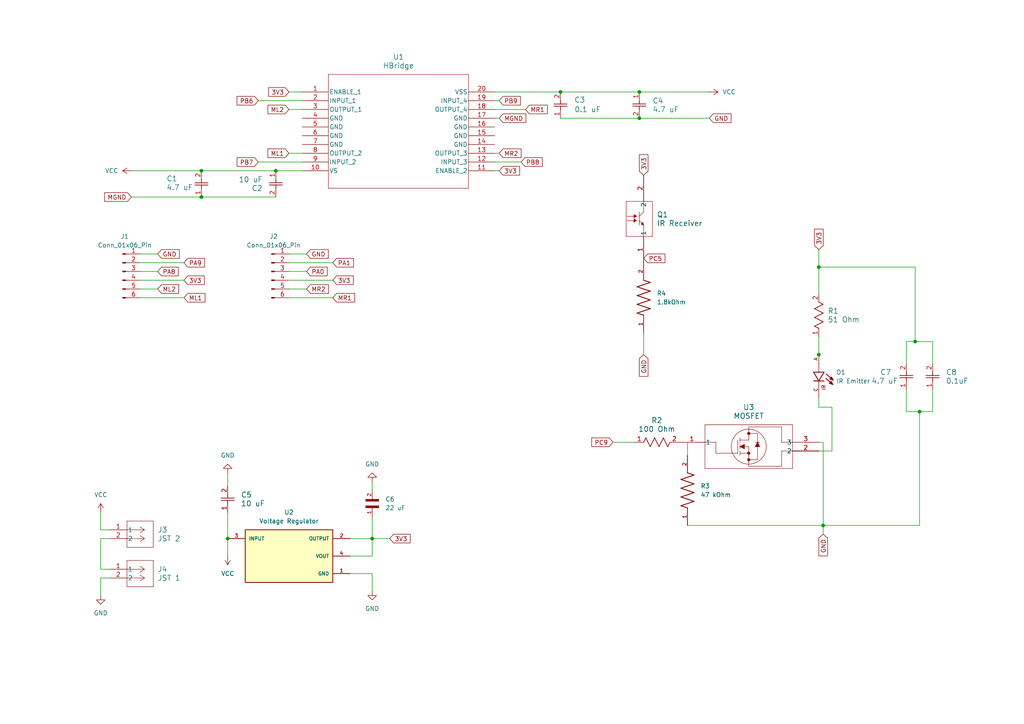
<source format=kicad_sch>
(kicad_sch (version 20231120) (generator "eeschema") (generator_version "8.0")
  (paper "A4")
  (lib_symbols
    (symbol "AZ1117IH-3.3TRG1:AZ1117IH-3.3TRG1" (pin_names (offset 1.016))
      (property "Reference" "U" (at -12.7 8.128 0))
      (property "Value" "AZ1117IH-3.3TRG1" (at -12.7 -10.16 0))
      (symbol "AZ1117IH-3.3TRG1_0_0"
        (rectangle (start -12.7 -7.62) (end 12.7 7.62) (stroke (width 0.254)) (fill (type background)))
        (pin power_in line (at 17.78 -5.08 180) (length 5.08) (name "GND") (number "1"))
        (pin output line (at 17.78 5.08 180) (length 5.08) (name "OUTPUT") (number "2"))
        (pin input line (at -17.78 5.08 0) (length 5.08) (name "INPUT") (number "3"))
        (pin output line (at 17.78 0 180) (length 5.08) (name "VOUT") (number "4"))
      )
    )
    (symbol "B2B_PH_K_S:B2B-PH-K-S" (pin_names (offset 0.254))
      (property "Reference" "J" (at 8.89 6.35 0))
      (property "Value" "B2B-PH-K-S" (at 0 0 0))
      (symbol "B2B-PH-K-S_1_1"
        (polyline (pts (xy 5.08 -5.08) (xy 12.7 -5.08)) (stroke (width 0.127)))
        (polyline (pts (xy 5.08 2.54) (xy 5.08 -5.08)) (stroke (width 0.127)))
        (polyline (pts (xy 10.16 -2.54) (xy 5.08 -2.54)) (stroke (width 0.127)))
        (polyline (pts (xy 10.16 -2.54) (xy 8.89 -3.3867)) (stroke (width 0.127)))
        (polyline (pts (xy 10.16 -2.54) (xy 8.89 -1.6933)) (stroke (width 0.127)))
        (polyline (pts (xy 10.16 0) (xy 5.08 0)) (stroke (width 0.127)))
        (polyline (pts (xy 10.16 0) (xy 8.89 -0.8467)) (stroke (width 0.127)))
        (polyline (pts (xy 10.16 0) (xy 8.89 0.8467)) (stroke (width 0.127)))
        (polyline (pts (xy 12.7 -5.08) (xy 12.7 2.54)) (stroke (width 0.127)))
        (polyline (pts (xy 12.7 2.54) (xy 5.08 2.54)) (stroke (width 0.127)))
        (pin unspecified line (at 0 0 0) (length 5.08) (name "1") (number "1"))
        (pin unspecified line (at 0 -2.54 0) (length 5.08) (name "2") (number "2"))
      )
      (symbol "B2B-PH-K-S_1_2"
        (polyline (pts (xy 5.08 -5.08) (xy 12.7 -5.08)) (stroke (width 0.127)))
        (polyline (pts (xy 5.08 2.54) (xy 5.08 -5.08)) (stroke (width 0.127)))
        (polyline (pts (xy 7.62 -2.54) (xy 5.08 -2.54)) (stroke (width 0.127)))
        (polyline (pts (xy 7.62 -2.54) (xy 8.89 -3.3867)) (stroke (width 0.127)))
        (polyline (pts (xy 7.62 -2.54) (xy 8.89 -1.6933)) (stroke (width 0.127)))
        (polyline (pts (xy 7.62 0) (xy 5.08 0)) (stroke (width 0.127)))
        (polyline (pts (xy 7.62 0) (xy 8.89 -0.8467)) (stroke (width 0.127)))
        (polyline (pts (xy 7.62 0) (xy 8.89 0.8467)) (stroke (width 0.127)))
        (polyline (pts (xy 12.7 -5.08) (xy 12.7 2.54)) (stroke (width 0.127)))
        (polyline (pts (xy 12.7 2.54) (xy 5.08 2.54)) (stroke (width 0.127)))
        (pin unspecified line (at 0 0 0) (length 5.08) (name "1") (number "1"))
        (pin unspecified line (at 0 -2.54 0) (length 5.08) (name "2") (number "2"))
      )
    )
    (symbol "Capacitor-0.1uF:GRM21BR71C475KE51L" (pin_names (offset 0.254))
      (property "Reference" "C" (at 3.81 3.81 0))
      (property "Value" "GRM21BR71C475KE51L" (at 3.81 -3.81 0))
      (symbol "GRM21BR71C475KE51L_1_1"
        (polyline (pts (xy 2.54 0) (xy 3.4798 0)) (stroke (width 0.2032)))
        (polyline (pts (xy 3.4798 -1.905) (xy 3.4798 1.905)) (stroke (width 0.2032)))
        (polyline (pts (xy 4.1148 -1.905) (xy 4.1148 1.905)) (stroke (width 0.2032)))
        (polyline (pts (xy 4.1148 0) (xy 5.08 0)) (stroke (width 0.2032)))
        (pin unspecified line (at 0 0 0) (length 2.54) (name "") (number "1"))
        (pin unspecified line (at 7.62 0 180) (length 2.54) (name "") (number "2"))
      )
      (symbol "GRM21BR71C475KE51L_1_2"
        (polyline (pts (xy -1.905 -4.1148) (xy 1.905 -4.1148)) (stroke (width 0.2032)))
        (polyline (pts (xy -1.905 -3.4798) (xy 1.905 -3.4798)) (stroke (width 0.2032)))
        (polyline (pts (xy 0 -4.1148) (xy 0 -5.08)) (stroke (width 0.2032)))
        (polyline (pts (xy 0 -2.54) (xy 0 -3.4798)) (stroke (width 0.2032)))
        (pin unspecified line (at 0 0 270) (length 2.54) (name "") (number "1"))
        (pin unspecified line (at 0 -7.62 90) (length 2.54) (name "") (number "2"))
      )
    )
    (symbol "Capacitor-4.7uF:GCJ21BR72A104KA01L" (pin_names (offset 0.254))
      (property "Reference" "C" (at 3.81 3.81 0))
      (property "Value" "GCJ21BR72A104KA01L" (at 3.81 -3.81 0))
      (symbol "GCJ21BR72A104KA01L_1_1"
        (polyline (pts (xy 2.54 0) (xy 3.4798 0)) (stroke (width 0.2032)))
        (polyline (pts (xy 3.4798 -1.905) (xy 3.4798 1.905)) (stroke (width 0.2032)))
        (polyline (pts (xy 4.1148 -1.905) (xy 4.1148 1.905)) (stroke (width 0.2032)))
        (polyline (pts (xy 4.1148 0) (xy 5.08 0)) (stroke (width 0.2032)))
        (pin unspecified line (at 0 0 0) (length 2.54) (name "") (number "1"))
        (pin unspecified line (at 7.62 0 180) (length 2.54) (name "") (number "2"))
      )
      (symbol "GCJ21BR72A104KA01L_1_2"
        (polyline (pts (xy -1.905 -4.1148) (xy 1.905 -4.1148)) (stroke (width 0.2032)))
        (polyline (pts (xy -1.905 -3.4798) (xy 1.905 -3.4798)) (stroke (width 0.2032)))
        (polyline (pts (xy 0 -4.1148) (xy 0 -5.08)) (stroke (width 0.2032)))
        (polyline (pts (xy 0 -2.54) (xy 0 -3.4798)) (stroke (width 0.2032)))
        (pin unspecified line (at 0 0 270) (length 2.54) (name "") (number "1"))
        (pin unspecified line (at 0 -7.62 90) (length 2.54) (name "") (number "2"))
      )
    )
    (symbol "Connector:Conn_01x06_Pin" (pin_names (offset 1.016) hide)
      (property "Reference" "J" (at 0 7.62 0))
      (property "Value" "Conn_01x06_Pin" (at 0 -10.16 0))
      (symbol "Conn_01x06_Pin_1_1"
        (polyline (pts (xy 1.27 -7.62) (xy 0.8636 -7.62)) (stroke (width 0.1524)))
        (polyline (pts (xy 1.27 -5.08) (xy 0.8636 -5.08)) (stroke (width 0.1524)))
        (polyline (pts (xy 1.27 -2.54) (xy 0.8636 -2.54)) (stroke (width 0.1524)))
        (polyline (pts (xy 1.27 0) (xy 0.8636 0)) (stroke (width 0.1524)))
        (polyline (pts (xy 1.27 2.54) (xy 0.8636 2.54)) (stroke (width 0.1524)))
        (polyline (pts (xy 1.27 5.08) (xy 0.8636 5.08)) (stroke (width 0.1524)))
        (rectangle (start 0.8636 -7.493) (end 0 -7.747) (stroke (width 0.1524)) (fill (type outline)))
        (rectangle (start 0.8636 -4.953) (end 0 -5.207) (stroke (width 0.1524)) (fill (type outline)))
        (rectangle (start 0.8636 -2.413) (end 0 -2.667) (stroke (width 0.1524)) (fill (type outline)))
        (rectangle (start 0.8636 0.127) (end 0 -0.127) (stroke (width 0.1524)) (fill (type outline)))
        (rectangle (start 0.8636 2.667) (end 0 2.413) (stroke (width 0.1524)) (fill (type outline)))
        (rectangle (start 0.8636 5.207) (end 0 4.953) (stroke (width 0.1524)) (fill (type outline)))
        (pin passive line (at 5.08 5.08 180) (length 3.81) (name "Pin_1") (number "1"))
        (pin passive line (at 5.08 2.54 180) (length 3.81) (name "Pin_2") (number "2"))
        (pin passive line (at 5.08 0 180) (length 3.81) (name "Pin_3") (number "3"))
        (pin passive line (at 5.08 -2.54 180) (length 3.81) (name "Pin_4") (number "4"))
        (pin passive line (at 5.08 -5.08 180) (length 3.81) (name "Pin_5") (number "5"))
        (pin passive line (at 5.08 -7.62 180) (length 3.81) (name "Pin_6") (number "6"))
      )
    )
    (symbol "GCJ21BR72A104KA01L(0.1):GCJ21BR72A104KA01L" (pin_names (offset 0.254))
      (property "Reference" "C" (at 3.81 3.81 0))
      (property "Value" "GCJ21BR72A104KA01L" (at 3.81 -3.81 0))
      (symbol "GCJ21BR72A104KA01L_1_1"
        (polyline (pts (xy 2.54 0) (xy 3.4798 0)) (stroke (width 0.2032)))
        (polyline (pts (xy 3.4798 -1.905) (xy 3.4798 1.905)) (stroke (width 0.2032)))
        (polyline (pts (xy 4.1148 -1.905) (xy 4.1148 1.905)) (stroke (width 0.2032)))
        (polyline (pts (xy 4.1148 0) (xy 5.08 0)) (stroke (width 0.2032)))
        (pin unspecified line (at 0 0 0) (length 2.54) (name "") (number "1"))
        (pin unspecified line (at 7.62 0 180) (length 2.54) (name "") (number "2"))
      )
      (symbol "GCJ21BR72A104KA01L_1_2"
        (polyline (pts (xy -1.905 -4.1148) (xy 1.905 -4.1148)) (stroke (width 0.2032)))
        (polyline (pts (xy -1.905 -3.4798) (xy 1.905 -3.4798)) (stroke (width 0.2032)))
        (polyline (pts (xy 0 -4.1148) (xy 0 -5.08)) (stroke (width 0.2032)))
        (polyline (pts (xy 0 -2.54) (xy 0 -3.4798)) (stroke (width 0.2032)))
        (pin unspecified line (at 0 0 270) (length 2.54) (name "") (number "1"))
        (pin unspecified line (at 0 -7.62 90) (length 2.54) (name "") (number "2"))
      )
    )
    (symbol "GRM21BR61A226ME51L:GRM21BR61A226ME51L" (pin_names (offset 1.016))
      (property "Reference" "C" (at 0 3.8109 0))
      (property "Value" "GRM21BR61A226ME51L" (at 0 -5.0885 0))
      (symbol "GRM21BR61A226ME51L_0_0"
        (rectangle (start 0 -1.9069) (end 0.635 1.905) (stroke (width 0.1)) (fill (type outline)))
        (rectangle (start 1.9069 -1.9069) (end 2.54 1.905) (stroke (width 0.1)) (fill (type outline)))
        (pin passive line (at -2.54 0 0) (length 2.54) (name "~") (number "1"))
        (pin passive line (at 5.08 0 180) (length 2.54) (name "~") (number "2"))
      )
    )
    (symbol "GRM21BR61C106KE15L(10):GRM21BR61C106KE15L" (pin_names (offset 0.254))
      (property "Reference" "C" (at 3.81 3.81 0))
      (property "Value" "GRM21BR61C106KE15L" (at 3.81 -3.81 0))
      (symbol "GRM21BR61C106KE15L_1_1"
        (polyline (pts (xy 2.54 0) (xy 3.4798 0)) (stroke (width 0.2032)))
        (polyline (pts (xy 3.4798 -1.905) (xy 3.4798 1.905)) (stroke (width 0.2032)))
        (polyline (pts (xy 4.1148 -1.905) (xy 4.1148 1.905)) (stroke (width 0.2032)))
        (polyline (pts (xy 4.1148 0) (xy 5.08 0)) (stroke (width 0.2032)))
        (pin unspecified line (at 0 0 0) (length 2.54) (name "") (number "1"))
        (pin unspecified line (at 7.62 0 180) (length 2.54) (name "") (number "2"))
      )
      (symbol "GRM21BR61C106KE15L_1_2"
        (polyline (pts (xy -1.905 -4.1148) (xy 1.905 -4.1148)) (stroke (width 0.2032)))
        (polyline (pts (xy -1.905 -3.4798) (xy 1.905 -3.4798)) (stroke (width 0.2032)))
        (polyline (pts (xy 0 -4.1148) (xy 0 -5.08)) (stroke (width 0.2032)))
        (polyline (pts (xy 0 -2.54) (xy 0 -3.4798)) (stroke (width 0.2032)))
        (pin unspecified line (at 0 0 270) (length 2.54) (name "") (number "1"))
        (pin unspecified line (at 0 -7.62 90) (length 2.54) (name "") (number "2"))
      )
    )
    (symbol "GRM21BR71C475KE51L(4.7):GRM21BR71C475KE51L" (pin_names (offset 0.254))
      (property "Reference" "C" (at 3.81 3.81 0))
      (property "Value" "GRM21BR71C475KE51L" (at 3.81 -3.81 0))
      (symbol "GRM21BR71C475KE51L_1_1"
        (polyline (pts (xy 2.54 0) (xy 3.4798 0)) (stroke (width 0.2032)))
        (polyline (pts (xy 3.4798 -1.905) (xy 3.4798 1.905)) (stroke (width 0.2032)))
        (polyline (pts (xy 4.1148 -1.905) (xy 4.1148 1.905)) (stroke (width 0.2032)))
        (polyline (pts (xy 4.1148 0) (xy 5.08 0)) (stroke (width 0.2032)))
        (pin unspecified line (at 0 0 0) (length 2.54) (name "") (number "1"))
        (pin unspecified line (at 7.62 0 180) (length 2.54) (name "") (number "2"))
      )
      (symbol "GRM21BR71C475KE51L_1_2"
        (polyline (pts (xy -1.905 -4.1148) (xy 1.905 -4.1148)) (stroke (width 0.2032)))
        (polyline (pts (xy -1.905 -3.4798) (xy 1.905 -3.4798)) (stroke (width 0.2032)))
        (polyline (pts (xy 0 -4.1148) (xy 0 -5.08)) (stroke (width 0.2032)))
        (polyline (pts (xy 0 -2.54) (xy 0 -3.4798)) (stroke (width 0.2032)))
        (pin unspecified line (at 0 0 270) (length 2.54) (name "") (number "1"))
        (pin unspecified line (at 0 -7.62 90) (length 2.54) (name "") (number "2"))
      )
    )
    (symbol "IR-Emitter:SFH_4545" (pin_names (offset 1.016))
      (property "Reference" "D" (at -3.556 4.826 0))
      (property "Value" "SFH_4545" (at -3.556 -3.302 0))
      (symbol "SFH_4545_0_0"
        (polyline (pts (xy -2.54 -1.524) (xy 0 0)) (stroke (width 0.254)))
        (polyline (pts (xy -2.54 0) (xy -5.08 0)) (stroke (width 0.1524)))
        (polyline (pts (xy -2.54 0) (xy -2.54 -1.524)) (stroke (width 0.254)))
        (polyline (pts (xy -2.54 1.524) (xy -2.54 0)) (stroke (width 0.254)))
        (polyline (pts (xy -1.1176 3.683) (xy -0.2286 4.1656)) (stroke (width 0.254)))
        (polyline (pts (xy -0.9398 3.6068) (xy -0.7112 3.7592)) (stroke (width 0.254)))
        (polyline (pts (xy -0.5588 3.2004) (xy -1.1176 3.683)) (stroke (width 0.254)))
        (polyline (pts (xy -0.5588 3.2004) (xy -0.5334 3.937)) (stroke (width 0.254)))
        (polyline (pts (xy -0.5334 3.937) (xy -0.6604 3.937)) (stroke (width 0.254)))
        (polyline (pts (xy -0.2286 4.1656) (xy -2.0066 2.1336)) (stroke (width 0.254)))
        (polyline (pts (xy -0.2286 4.1656) (xy -0.5588 3.2004)) (stroke (width 0.254)))
        (polyline (pts (xy 0 0) (xy -2.54 1.524)) (stroke (width 0.254)))
        (polyline (pts (xy 0 1.524) (xy 0 -1.524)) (stroke (width 0.254)))
        (polyline (pts (xy 0.127 3.5814) (xy 1.016 4.064)) (stroke (width 0.254)))
        (polyline (pts (xy 0.3048 3.5052) (xy 0.5334 3.6576)) (stroke (width 0.254)))
        (polyline (pts (xy 0.6858 3.0988) (xy 0.127 3.5814)) (stroke (width 0.254)))
        (polyline (pts (xy 0.6858 3.0988) (xy 0.7112 3.8354)) (stroke (width 0.254)))
        (polyline (pts (xy 0.7112 3.8354) (xy 0.5842 3.8354)) (stroke (width 0.254)))
        (polyline (pts (xy 1.016 4.064) (xy -0.762 2.032)) (stroke (width 0.254)))
        (polyline (pts (xy 1.016 4.064) (xy 0.6858 3.0988)) (stroke (width 0.254)))
        (text "IR" (at 1.016 2.032 0) (effects (font (size 1.016 1.016)) (justify left bottom)))
        (pin passive line (at -7.62 0 0) (length 2.54) (name "~") (number "A"))
        (pin passive line (at 5.08 0 180) (length 5.08) (name "~") (number "C"))
      )
    )
    (symbol "IR-Receiver:LTR-4206E" (pin_names (offset 0.254))
      (property "Reference" "Q" (at 12.7 17.78 0))
      (property "Value" "LTR-4206E" (at 12.7 17.78 0))
      (symbol "LTR-4206E_0_1"
        (polyline (pts (xy 7.62 -2.54) (xy 7.62 5.08)) (stroke (width 0.127)))
        (polyline (pts (xy 7.62 -2.54) (xy 17.78 -2.54)) (stroke (width 0.127)))
        (polyline (pts (xy 10.922 0) (xy 7.62 0)) (stroke (width 0.127)))
        (polyline (pts (xy 10.922 1.27) (xy 14.732 1.27)) (stroke (width 0.127)))
        (polyline (pts (xy 12.192 1.27) (xy 11.43 0.508)) (stroke (width 0.127)))
        (polyline (pts (xy 12.192 4.826) (xy 12.192 2.794)) (stroke (width 0.127)))
        (polyline (pts (xy 13.462 1.27) (xy 14.732 0)) (stroke (width 0.127)))
        (polyline (pts (xy 13.462 4.826) (xy 13.462 2.794)) (stroke (width 0.127)))
        (polyline (pts (xy 14.732 0) (xy 17.78 0)) (stroke (width 0.127)))
        (polyline (pts (xy 17.78 5.08) (xy 7.62 5.08)) (stroke (width 0.127)))
        (polyline (pts (xy 17.78 5.08) (xy 17.78 -2.54)) (stroke (width 0.127)))
        (polyline (pts (xy 11.684 2.794) (xy 12.7 2.794) (xy 12.192 2.032)) (fill (type outline)))
        (polyline (pts (xy 12.954 2.794) (xy 13.97 2.794) (xy 13.462 2.032)) (fill (type outline)))
        (polyline (pts (xy 10.9293 0.0383) (xy 11.176 0.762) (xy 11.684 0.254) (xy 10.922 0)) (fill (type outline)))
        (pin unspecified line (at 0 0 0) (length 7.62) (name "1") (number "1"))
        (pin unspecified line (at 25.4 0 180) (length 7.62) (name "2") (number "2"))
      )
    )
    (symbol "L293DD:L293DD" (pin_names (offset 0.254))
      (property "Reference" "U" (at 27.94 10.16 0))
      (property "Value" "L293DD" (at 27.94 7.62 0))
      (symbol "L293DD_0_1"
        (polyline (pts (xy 7.62 -27.94) (xy 48.26 -27.94)) (stroke (width 0.127)))
        (polyline (pts (xy 7.62 5.08) (xy 7.62 -27.94)) (stroke (width 0.127)))
        (polyline (pts (xy 48.26 -27.94) (xy 48.26 5.08)) (stroke (width 0.127)))
        (polyline (pts (xy 48.26 5.08) (xy 7.62 5.08)) (stroke (width 0.127)))
        (pin input line (at 0 0 0) (length 7.62) (name "ENABLE_1") (number "1"))
        (pin unspecified line (at 0 -22.86 0) (length 7.62) (name "VS") (number "10"))
        (pin input line (at 55.88 -22.86 180) (length 7.62) (name "ENABLE_2") (number "11"))
        (pin input line (at 55.88 -20.32 180) (length 7.62) (name "INPUT_3") (number "12"))
        (pin output line (at 55.88 -17.78 180) (length 7.62) (name "OUTPUT_3") (number "13"))
        (pin power_out line (at 55.88 -15.24 180) (length 7.62) (name "GND") (number "14"))
        (pin power_out line (at 55.88 -12.7 180) (length 7.62) (name "GND") (number "15"))
        (pin power_out line (at 55.88 -10.16 180) (length 7.62) (name "GND") (number "16"))
        (pin power_out line (at 55.88 -7.62 180) (length 7.62) (name "GND") (number "17"))
        (pin output line (at 55.88 -5.08 180) (length 7.62) (name "OUTPUT_4") (number "18"))
        (pin input line (at 55.88 -2.54 180) (length 7.62) (name "INPUT_4") (number "19"))
        (pin input line (at 0 -2.54 0) (length 7.62) (name "INPUT_1") (number "2"))
        (pin unspecified line (at 55.88 0 180) (length 7.62) (name "VSS") (number "20"))
        (pin output line (at 0 -5.08 0) (length 7.62) (name "OUTPUT_1") (number "3"))
        (pin power_out line (at 0 -7.62 0) (length 7.62) (name "GND") (number "4"))
        (pin power_out line (at 0 -10.16 0) (length 7.62) (name "GND") (number "5"))
        (pin power_out line (at 0 -12.7 0) (length 7.62) (name "GND") (number "6"))
        (pin power_out line (at 0 -15.24 0) (length 7.62) (name "GND") (number "7"))
        (pin output line (at 0 -17.78 0) (length 7.62) (name "OUTPUT_2") (number "8"))
        (pin input line (at 0 -20.32 0) (length 7.62) (name "INPUT_2") (number "9"))
      )
    )
    (symbol "Mosfet:2N7002LT1G" (pin_names (offset 0.254))
      (property "Reference" "U" (at 20.32 10.16 0))
      (property "Value" "2N7002LT1G" (at 20.32 7.62 0))
      (symbol "2N7002LT1G_0_1"
        (polyline (pts (xy 7.62 -7.62) (xy 33.02 -7.62)) (stroke (width 0.127)))
        (polyline (pts (xy 7.62 0) (xy 10.795 0)) (stroke (width 0.127)))
        (polyline (pts (xy 7.62 5.08) (xy 7.62 -7.62)) (stroke (width 0.127)))
        (polyline (pts (xy 10.795 -3.175) (xy 14.605 -3.175)) (stroke (width 0.127)))
        (polyline (pts (xy 10.795 0) (xy 10.795 -3.175)) (stroke (width 0.127)))
        (polyline (pts (xy 17.145 -3.175) (xy 14.605 -3.175)) (stroke (width 0.127)))
        (polyline (pts (xy 17.145 0.635) (xy 17.145 -3.175)) (stroke (width 0.127)))
        (polyline (pts (xy 17.78 -3.175) (xy 20.32 -3.175)) (stroke (width 0.127)))
        (polyline (pts (xy 17.78 -2.54) (xy 17.78 -3.81)) (stroke (width 0.127)))
        (polyline (pts (xy 17.78 -1.27) (xy 19.05 -1.905)) (stroke (width 0.127)))
        (polyline (pts (xy 17.78 -1.27) (xy 19.05 -0.635)) (stroke (width 0.127)))
        (polyline (pts (xy 17.78 -0.635) (xy 17.78 -1.905)) (stroke (width 0.127)))
        (polyline (pts (xy 17.78 0) (xy 17.78 1.27)) (stroke (width 0.127)))
        (polyline (pts (xy 17.78 0.635) (xy 20.32 0.635)) (stroke (width 0.127)))
        (polyline (pts (xy 19.05 -0.635) (xy 19.05 -1.905)) (stroke (width 0.127)))
        (polyline (pts (xy 20.32 -6.985) (xy 20.32 -1.27)) (stroke (width 0.127)))
        (polyline (pts (xy 20.32 -1.27) (xy 17.78 -1.27)) (stroke (width 0.127)))
        (polyline (pts (xy 20.32 0.635) (xy 20.32 3.81)) (stroke (width 0.127)))
        (polyline (pts (xy 20.32 2.54) (xy 22.86 2.54)) (stroke (width 0.127)))
        (polyline (pts (xy 20.32 3.81) (xy 20.32 4.445)) (stroke (width 0.127)))
        (polyline (pts (xy 20.32 4.445) (xy 29.845 4.445)) (stroke (width 0.127)))
        (polyline (pts (xy 22.225 -1.27) (xy 23.495 -1.27)) (stroke (width 0.127)))
        (polyline (pts (xy 22.225 0) (xy 23.495 0)) (stroke (width 0.127)))
        (polyline (pts (xy 22.86 -5.08) (xy 20.32 -5.08)) (stroke (width 0.127)))
        (polyline (pts (xy 22.86 0) (xy 22.225 -1.27)) (stroke (width 0.127)))
        (polyline (pts (xy 22.86 2.54) (xy 22.86 -5.08)) (stroke (width 0.127)))
        (polyline (pts (xy 23.495 -1.27) (xy 22.86 0)) (stroke (width 0.127)))
        (polyline (pts (xy 29.845 -6.985) (xy 20.32 -6.985)) (stroke (width 0.127)))
        (polyline (pts (xy 29.845 -2.54) (xy 29.845 -6.985)) (stroke (width 0.127)))
        (polyline (pts (xy 29.845 0) (xy 33.02 0)) (stroke (width 0.127)))
        (polyline (pts (xy 29.845 4.445) (xy 29.845 0)) (stroke (width 0.127)))
        (polyline (pts (xy 33.02 -7.62) (xy 33.02 5.08)) (stroke (width 0.127)))
        (polyline (pts (xy 33.02 -2.54) (xy 29.845 -2.54)) (stroke (width 0.127)))
        (polyline (pts (xy 33.02 5.08) (xy 7.62 5.08)) (stroke (width 0.127)))
        (polyline (pts (xy 17.78 -1.27) (xy 19.05 -0.635) (xy 19.05 -1.905)) (fill (type outline)))
        (polyline (pts (xy 22.225 -1.27) (xy 22.86 0) (xy 23.495 -1.27)) (fill (type outline)))
        (circle (center 20.32 -5.08) (radius 0.254) (stroke (width 0.381)))
        (circle (center 20.32 -3.175) (radius 0.254) (stroke (width 0.381)))
        (circle (center 20.32 -1.27) (radius 5.08) (stroke (width 0.127)))
        (circle (center 20.32 2.54) (radius 0.254) (stroke (width 0.381)))
        (pin unspecified line (at 0 0 0) (length 7.62) (name "1") (number "1"))
        (pin unspecified line (at 40.64 -2.54 180) (length 7.62) (name "2") (number "2"))
        (pin unspecified line (at 40.64 0 180) (length 7.62) (name "3") (number "3"))
      )
    )
    (symbol "Resistor- 1.8kohm:RK73H2ATTD1801F" (pin_names (offset 1.016))
      (property "Reference" "R" (at -7.6244 2.5415 0))
      (property "Value" "RK73H2ATTD1801F" (at -7.63 -5.0866 0))
      (symbol "RK73H2ATTD1801F_0_0"
        (polyline (pts (xy -5.08 0) (xy -4.445 1.905)) (stroke (width 0.254)))
        (polyline (pts (xy -4.445 1.905) (xy -3.175 -1.905)) (stroke (width 0.254)))
        (polyline (pts (xy -3.175 -1.905) (xy -1.905 1.905)) (stroke (width 0.254)))
        (polyline (pts (xy -1.905 1.905) (xy -0.635 -1.905)) (stroke (width 0.254)))
        (polyline (pts (xy -0.635 -1.905) (xy 0.635 1.905)) (stroke (width 0.254)))
        (polyline (pts (xy 0.635 1.905) (xy 1.905 -1.905)) (stroke (width 0.254)))
        (polyline (pts (xy 1.905 -1.905) (xy 3.175 1.905)) (stroke (width 0.254)))
        (polyline (pts (xy 3.175 1.905) (xy 4.445 -1.905)) (stroke (width 0.254)))
        (polyline (pts (xy 4.445 -1.905) (xy 5.08 0)) (stroke (width 0.254)))
        (pin passive line (at -10.16 0 0) (length 5.08) (name "~") (number "1"))
        (pin passive line (at 10.16 0 180) (length 5.08) (name "~") (number "2"))
      )
    )
    (symbol "Resistor- 100ohm:RNCP0805FTD100R" (pin_names (offset 0.254))
      (property "Reference" "R" (at 5.715 3.81 0))
      (property "Value" "RNCP0805FTD100R" (at 6.35 -3.81 0))
      (symbol "RNCP0805FTD100R_1_1"
        (polyline (pts (xy 2.54 0) (xy 3.175 1.27)) (stroke (width 0.2032)))
        (polyline (pts (xy 3.175 1.27) (xy 4.445 -1.27)) (stroke (width 0.2032)))
        (polyline (pts (xy 4.445 -1.27) (xy 5.715 1.27)) (stroke (width 0.2032)))
        (polyline (pts (xy 5.715 1.27) (xy 6.985 -1.27)) (stroke (width 0.2032)))
        (polyline (pts (xy 6.985 -1.27) (xy 8.255 1.27)) (stroke (width 0.2032)))
        (polyline (pts (xy 8.255 1.27) (xy 9.525 -1.27)) (stroke (width 0.2032)))
        (polyline (pts (xy 9.525 -1.27) (xy 10.16 0)) (stroke (width 0.2032)))
        (pin unspecified line (at 0 0 0) (length 2.54) (name "") (number "1"))
        (pin unspecified line (at 12.7 0 180) (length 2.54) (name "") (number "2"))
      )
      (symbol "RNCP0805FTD100R_1_2"
        (polyline (pts (xy -1.27 3.175) (xy 1.27 4.445)) (stroke (width 0.2032)))
        (polyline (pts (xy -1.27 5.715) (xy 1.27 6.985)) (stroke (width 0.2032)))
        (polyline (pts (xy -1.27 8.255) (xy 1.27 9.525)) (stroke (width 0.2032)))
        (polyline (pts (xy 0 2.54) (xy -1.27 3.175)) (stroke (width 0.2032)))
        (polyline (pts (xy 1.27 4.445) (xy -1.27 5.715)) (stroke (width 0.2032)))
        (polyline (pts (xy 1.27 6.985) (xy -1.27 8.255)) (stroke (width 0.2032)))
        (polyline (pts (xy 1.27 9.525) (xy 0 10.16)) (stroke (width 0.2032)))
        (pin unspecified line (at 0 12.7 270) (length 2.54) (name "") (number "1"))
        (pin unspecified line (at 0 0 90) (length 2.54) (name "") (number "2"))
      )
    )
    (symbol "Resistor- 47kohm:RK73H2ARTTD4702F" (pin_names (offset 1.016))
      (property "Reference" "R" (at -7.6244 2.5415 0))
      (property "Value" "RK73H2ARTTD4702F" (at -7.63 -5.0866 0))
      (symbol "RK73H2ARTTD4702F_0_0"
        (polyline (pts (xy -5.08 0) (xy -4.445 1.905)) (stroke (width 0.254)))
        (polyline (pts (xy -4.445 1.905) (xy -3.175 -1.905)) (stroke (width 0.254)))
        (polyline (pts (xy -3.175 -1.905) (xy -1.905 1.905)) (stroke (width 0.254)))
        (polyline (pts (xy -1.905 1.905) (xy -0.635 -1.905)) (stroke (width 0.254)))
        (polyline (pts (xy -0.635 -1.905) (xy 0.635 1.905)) (stroke (width 0.254)))
        (polyline (pts (xy 0.635 1.905) (xy 1.905 -1.905)) (stroke (width 0.254)))
        (polyline (pts (xy 1.905 -1.905) (xy 3.175 1.905)) (stroke (width 0.254)))
        (polyline (pts (xy 3.175 1.905) (xy 4.445 -1.905)) (stroke (width 0.254)))
        (polyline (pts (xy 4.445 -1.905) (xy 5.08 0)) (stroke (width 0.254)))
        (pin passive line (at -10.16 0 0) (length 5.08) (name "~") (number "1"))
        (pin passive line (at 10.16 0 180) (length 5.08) (name "~") (number "2"))
      )
    )
    (symbol "Resistor- 51ohm:CRM0805-FX-51R0ELF" (pin_names (offset 0.254))
      (property "Reference" "R" (at 5.715 3.81 0))
      (property "Value" "CRM0805-FX-51R0ELF" (at 6.35 -3.81 0))
      (symbol "CRM0805-FX-51R0ELF_1_1"
        (polyline (pts (xy 2.54 0) (xy 3.175 1.27)) (stroke (width 0.2032)))
        (polyline (pts (xy 3.175 1.27) (xy 4.445 -1.27)) (stroke (width 0.2032)))
        (polyline (pts (xy 4.445 -1.27) (xy 5.715 1.27)) (stroke (width 0.2032)))
        (polyline (pts (xy 5.715 1.27) (xy 6.985 -1.27)) (stroke (width 0.2032)))
        (polyline (pts (xy 6.985 -1.27) (xy 8.255 1.27)) (stroke (width 0.2032)))
        (polyline (pts (xy 8.255 1.27) (xy 9.525 -1.27)) (stroke (width 0.2032)))
        (polyline (pts (xy 9.525 -1.27) (xy 10.16 0)) (stroke (width 0.2032)))
        (pin unspecified line (at 0 0 0) (length 2.54) (name "") (number "1"))
        (pin unspecified line (at 12.7 0 180) (length 2.54) (name "") (number "2"))
      )
      (symbol "CRM0805-FX-51R0ELF_1_2"
        (polyline (pts (xy -1.27 3.175) (xy 1.27 4.445)) (stroke (width 0.2032)))
        (polyline (pts (xy -1.27 5.715) (xy 1.27 6.985)) (stroke (width 0.2032)))
        (polyline (pts (xy -1.27 8.255) (xy 1.27 9.525)) (stroke (width 0.2032)))
        (polyline (pts (xy 0 2.54) (xy -1.27 3.175)) (stroke (width 0.2032)))
        (polyline (pts (xy 1.27 4.445) (xy -1.27 5.715)) (stroke (width 0.2032)))
        (polyline (pts (xy 1.27 6.985) (xy -1.27 8.255)) (stroke (width 0.2032)))
        (polyline (pts (xy 1.27 9.525) (xy 0 10.16)) (stroke (width 0.2032)))
        (pin unspecified line (at 0 12.7 270) (length 2.54) (name "") (number "1"))
        (pin unspecified line (at 0 0 90) (length 2.54) (name "") (number "2"))
      )
    )
    (symbol "power:GND" (power) (pin_numbers hide) (pin_names (offset 0) hide)
      (property "Value" "GND" (at 0 -3.81 0))
      (symbol "GND_0_1"
        (polyline (pts (xy 0 0) (xy 0 -1.27) (xy 1.27 -1.27) (xy 0 -2.54) (xy -1.27 -1.27) (xy 0 -1.27)))
      )
      (symbol "GND_1_1"
        (pin power_in line (at 0 0 270) (length 0) (name "~") (number "1"))
      )
    )
    (symbol "power:VCC" (power) (pin_numbers hide) (pin_names (offset 0) hide)
      (property "Value" "VCC" (at 0 3.556 0))
      (symbol "VCC_0_1"
        (polyline (pts (xy -0.762 1.27) (xy 0 2.54)))
        (polyline (pts (xy 0 0) (xy 0 2.54)))
        (polyline (pts (xy 0 2.54) (xy 0.762 1.27)))
      )
      (symbol "VCC_1_1"
        (pin power_in line (at 0 0 90) (length 0) (name "~") (number "1"))
      )
    )
  )
  (junction (at 66.04 156.21))
  (junction (at 237.49 77.47))
  (junction (at 185.42 34.29))
  (junction (at 107.95 156.21))
  (junction (at 58.42 49.53))
  (junction (at 238.76 152.4))
  (junction (at 162.56 26.67))
  (junction (at 185.42 26.67))
  (junction (at 266.7 119.38))
  (junction (at 237.49 102.87))
  (junction (at 265.43 99.06))
  (junction (at 58.42 57.15))
  (junction (at 80.01 49.53))
  (wire (pts (xy 262.89 113.03) (xy 262.89 119.38)))
  (wire (pts (xy 238.76 128.27) (xy 238.76 152.4)))
  (wire (pts (xy 66.04 156.21) (xy 66.04 161.29)))
  (wire (pts (xy 87.63 49.53) (xy 80.01 49.53)))
  (wire (pts (xy 29.21 148.59) (xy 29.21 153.67)))
  (wire (pts (xy 266.7 119.38) (xy 266.7 152.4)))
  (wire (pts (xy 265.43 77.47) (xy 265.43 99.06)))
  (wire (pts (xy 151.13 46.99) (xy 143.51 46.99)))
  (wire (pts (xy 237.49 118.11) (xy 237.49 115.57)))
  (wire (pts (xy 58.42 49.53) (xy 80.01 49.53)))
  (wire (pts (xy 177.8 128.27) (xy 184.15 128.27)))
  (wire (pts (xy 31.75 156.21) (xy 29.21 156.21)))
  (wire (pts (xy 107.95 149.86) (xy 107.95 156.21)))
  (wire (pts (xy 237.49 77.47) (xy 237.49 85.09)))
  (wire (pts (xy 237.49 130.81) (xy 241.3 130.81)))
  (wire (pts (xy 83.82 78.74) (xy 88.9 78.74)))
  (wire (pts (xy 83.82 44.45) (xy 87.63 44.45)))
  (wire (pts (xy 83.82 83.82) (xy 88.9 83.82)))
  (wire (pts (xy 66.04 137.16) (xy 66.04 140.97)))
  (wire (pts (xy 199.39 152.4) (xy 238.76 152.4)))
  (wire (pts (xy 101.6 161.29) (xy 107.95 161.29)))
  (wire (pts (xy 101.6 166.37) (xy 107.95 166.37)))
  (wire (pts (xy 83.82 26.67) (xy 87.63 26.67)))
  (wire (pts (xy 143.51 26.67) (xy 162.56 26.67)))
  (wire (pts (xy 29.21 156.21) (xy 29.21 165.1)))
  (wire (pts (xy 238.76 152.4) (xy 238.76 154.94)))
  (wire (pts (xy 83.82 76.2) (xy 96.52 76.2)))
  (wire (pts (xy 144.78 49.53) (xy 143.51 49.53)))
  (wire (pts (xy 144.78 44.45) (xy 143.51 44.45)))
  (wire (pts (xy 262.89 99.06) (xy 262.89 105.41)))
  (wire (pts (xy 66.04 148.59) (xy 66.04 156.21)))
  (wire (pts (xy 107.95 139.7) (xy 107.95 142.24)))
  (wire (pts (xy 83.82 73.66) (xy 88.9 73.66)))
  (wire (pts (xy 29.21 165.1) (xy 31.75 165.1)))
  (wire (pts (xy 241.3 118.11) (xy 237.49 118.11)))
  (wire (pts (xy 29.21 167.64) (xy 29.21 172.72)))
  (wire (pts (xy 31.75 167.64) (xy 29.21 167.64)))
  (wire (pts (xy 237.49 128.27) (xy 238.76 128.27)))
  (wire (pts (xy 241.3 130.81) (xy 241.3 118.11)))
  (wire (pts (xy 185.42 26.67) (xy 205.74 26.67)))
  (wire (pts (xy 40.64 76.2) (xy 53.34 76.2)))
  (wire (pts (xy 262.89 99.06) (xy 265.43 99.06)))
  (wire (pts (xy 31.75 153.67) (xy 29.21 153.67)))
  (wire (pts (xy 144.78 29.21) (xy 143.51 29.21)))
  (wire (pts (xy 144.78 34.29) (xy 143.51 34.29)))
  (wire (pts (xy 237.49 72.39) (xy 237.49 77.47)))
  (wire (pts (xy 107.95 156.21) (xy 107.95 161.29)))
  (wire (pts (xy 266.7 119.38) (xy 270.51 119.38)))
  (wire (pts (xy 265.43 99.06) (xy 270.51 99.06)))
  (wire (pts (xy 238.76 152.4) (xy 266.7 152.4)))
  (wire (pts (xy 152.4 31.75) (xy 143.51 31.75)))
  (wire (pts (xy 83.82 86.36) (xy 96.52 86.36)))
  (wire (pts (xy 262.89 119.38) (xy 266.7 119.38)))
  (wire (pts (xy 40.64 81.28) (xy 53.34 81.28)))
  (wire (pts (xy 186.69 96.52) (xy 186.69 102.87)))
  (wire (pts (xy 185.42 34.29) (xy 205.74 34.29)))
  (wire (pts (xy 237.49 102.87) (xy 237.49 104.14)))
  (wire (pts (xy 40.64 86.36) (xy 53.34 86.36)))
  (wire (pts (xy 101.6 156.21) (xy 107.95 156.21)))
  (wire (pts (xy 58.42 49.53) (xy 38.1 49.53)))
  (wire (pts (xy 107.95 156.21) (xy 113.03 156.21)))
  (wire (pts (xy 83.82 31.75) (xy 87.63 31.75)))
  (wire (pts (xy 40.64 78.74) (xy 45.72 78.74)))
  (wire (pts (xy 58.42 57.15) (xy 80.01 57.15)))
  (wire (pts (xy 237.49 97.79) (xy 237.49 102.87)))
  (wire (pts (xy 74.93 46.99) (xy 87.63 46.99)))
  (wire (pts (xy 270.51 99.06) (xy 270.51 105.41)))
  (wire (pts (xy 107.95 166.37) (xy 107.95 171.45)))
  (wire (pts (xy 40.64 73.66) (xy 45.72 73.66)))
  (wire (pts (xy 83.82 81.28) (xy 96.52 81.28)))
  (wire (pts (xy 38.1 57.15) (xy 58.42 57.15)))
  (wire (pts (xy 40.64 83.82) (xy 45.72 83.82)))
  (wire (pts (xy 162.56 34.29) (xy 185.42 34.29)))
  (wire (pts (xy 74.93 29.21) (xy 87.63 29.21)))
  (wire (pts (xy 270.51 113.03) (xy 270.51 119.38)))
  (wire (pts (xy 162.56 26.67) (xy 185.42 26.67)))
  (wire (pts (xy 199.39 128.27) (xy 199.39 132.08)))
  (wire (pts (xy 237.49 77.47) (xy 265.43 77.47)))
  (global_label "GND" (shape input) (at 45.72 73.66 0) (property "Intersheetrefs" "${INTERSHEET_REFS}" (effects (hide yes))))
  (global_label "MR1" (shape input) (at 152.4 31.75 0) (property "Intersheetrefs" "${INTERSHEET_REFS}" (effects (hide yes))))
  (global_label "3V3" (shape input) (at 186.69 50.8 90) (property "Intersheetrefs" "${INTERSHEET_REFS}" (effects (hide yes))))
  (global_label "3V3" (shape input) (at 237.49 72.39 90) (property "Intersheetrefs" "${INTERSHEET_REFS}" (effects (hide yes))))
  (global_label "MR2" (shape input) (at 88.9 83.82 0) (property "Intersheetrefs" "${INTERSHEET_REFS}" (effects (hide yes))))
  (global_label "MR1" (shape input) (at 96.52 86.36 0) (property "Intersheetrefs" "${INTERSHEET_REFS}" (effects (hide yes))))
  (global_label "MR2" (shape input) (at 144.78 44.45 0) (property "Intersheetrefs" "${INTERSHEET_REFS}" (effects (hide yes))))
  (global_label "PB7" (shape input) (at 74.93 46.99 180) (property "Intersheetrefs" "${INTERSHEET_REFS}" (effects (hide yes))))
  (global_label "MGND" (shape input) (at 144.78 34.29 0) (property "Intersheetrefs" "${INTERSHEET_REFS}" (effects (hide yes))))
  (global_label "3V3" (shape input) (at 144.78 49.53 0) (property "Intersheetrefs" "${INTERSHEET_REFS}" (effects (hide yes))))
  (global_label "3V3" (shape input) (at 53.34 81.28 0) (property "Intersheetrefs" "${INTERSHEET_REFS}" (effects (hide yes))))
  (global_label "GND" (shape input) (at 205.74 34.29 0) (property "Intersheetrefs" "${INTERSHEET_REFS}" (effects (hide yes))))
  (global_label "3V3" (shape input) (at 96.52 81.28 0) (property "Intersheetrefs" "${INTERSHEET_REFS}" (effects (hide yes))))
  (global_label "PC5" (shape input) (at 186.69 74.93 0) (property "Intersheetrefs" "${INTERSHEET_REFS}" (effects (hide yes))))
  (global_label "ML1" (shape input) (at 53.34 86.36 0) (property "Intersheetrefs" "${INTERSHEET_REFS}" (effects (hide yes))))
  (global_label "3V3" (shape input) (at 113.03 156.21 0) (property "Intersheetrefs" "${INTERSHEET_REFS}" (effects (hide yes))))
  (global_label "MGND" (shape input) (at 38.1 57.15 180) (property "Intersheetrefs" "${INTERSHEET_REFS}" (effects (hide yes))))
  (global_label "PA1" (shape input) (at 96.52 76.2 0) (property "Intersheetrefs" "${INTERSHEET_REFS}" (effects (hide yes))))
  (global_label "GND" (shape input) (at 238.76 154.94 270) (property "Intersheetrefs" "${INTERSHEET_REFS}" (effects (hide yes))))
  (global_label "PB8" (shape input) (at 151.13 46.99 0) (property "Intersheetrefs" "${INTERSHEET_REFS}" (effects (hide yes))))
  (global_label "PA9" (shape input) (at 53.34 76.2 0) (property "Intersheetrefs" "${INTERSHEET_REFS}" (effects (hide yes))))
  (global_label "PB6" (shape input) (at 74.93 29.21 180) (property "Intersheetrefs" "${INTERSHEET_REFS}" (effects (hide yes))))
  (global_label "ML2" (shape input) (at 83.82 31.75 180) (property "Intersheetrefs" "${INTERSHEET_REFS}" (effects (hide yes))))
  (global_label "PA8" (shape input) (at 45.72 78.74 0) (property "Intersheetrefs" "${INTERSHEET_REFS}" (effects (hide yes))))
  (global_label "GND" (shape input) (at 186.69 102.87 270) (property "Intersheetrefs" "${INTERSHEET_REFS}" (effects (hide yes))))
  (global_label "3V3" (shape input) (at 83.82 26.67 180) (property "Intersheetrefs" "${INTERSHEET_REFS}" (effects (hide yes))))
  (global_label "ML2" (shape input) (at 45.72 83.82 0) (property "Intersheetrefs" "${INTERSHEET_REFS}" (effects (hide yes))))
  (global_label "ML1" (shape input) (at 83.82 44.45 180) (property "Intersheetrefs" "${INTERSHEET_REFS}" (effects (hide yes))))
  (global_label "PA0" (shape input) (at 88.9 78.74 0) (property "Intersheetrefs" "${INTERSHEET_REFS}" (effects (hide yes))))
  (global_label "PB9" (shape input) (at 144.78 29.21 0) (property "Intersheetrefs" "${INTERSHEET_REFS}" (effects (hide yes))))
  (global_label "GND" (shape input) (at 88.9 73.66 0) (property "Intersheetrefs" "${INTERSHEET_REFS}" (effects (hide yes))))
  (global_label "PC9" (shape input) (at 177.8 128.27 180) (property "Intersheetrefs" "${INTERSHEET_REFS}" (effects (hide yes))))
  (symbol (lib_id "Mosfet:2N7002LT1G") (at 196.85 128.27 0) (unit 1)
    (property "Reference" "U3" (at 217.17 118.11 0) (effects (font (size 1.524 1.524))))
    (property "Value" "MOSFET" (at 217.17 120.65 0) (effects (font (size 1.524 1.524))))
    (property "Footprint" "SOT-23_3L_ONS" (effects (hide yes)))
    (property "Datasheet" "2N7002LT1G" (effects (hide yes)))
  )
  (symbol (lib_id "power:GND") (at 29.21 172.72 0) (unit 1)
    (property "Reference" "#PWR04" (effects (hide yes)))
    (property "Value" "GND" (at 29.21 177.8 0))
    (property "Description" "Power symbol creates a global label with name \"GND\" , ground" (effects (hide yes)))
  )
  (symbol (lib_id "IR-Emitter:SFH_4545") (at 237.49 110.49 270) (unit 1)
    (property "Reference" "D1" (at 242.57 107.9886 90) (effects (justify left)))
    (property "Value" "IR Emitter" (at 242.57 110.5286 90) (effects (justify left)))
    (property "Footprint" "SFH_4545:DIO_SFH_4545" (effects (hide yes)))
    (property "DigiKey_Part_Number" "475-SFH4545-ND" (effects (hide yes)))
    (property "SnapEDA_Link" "https://www.snapeda.com/parts/SFH%204545/OSRAM/view-part/?ref=snap" (effects (hide yes)))
    (property "Description_1" "\n                        \n                            Infrared (IR) Emitter 950nm 1.5V 100mA 550mW/sr @ 100mA 10° Radial\n                        \n" (effects (hide yes)))
    (property "Package" "None" (effects (hide yes)))
    (property "Check_prices" "https://www.snapeda.com/parts/SFH%204545/OSRAM/view-part/?ref=eda" (effects (hide yes)))
    (property "STANDARD" "Manufacturer Recommendations" (effects (hide yes)))
    (property "PARTREV" "1.5" (effects (hide yes)))
    (property "MF" "OSRAM Opto" (effects (hide yes)))
    (property "MP" "SFH 4545" (effects (hide yes)))
    (property "MANUFACTURER" "OSRAM" (effects (hide yes)))
  )
  (symbol (lib_id "power:GND") (at 66.04 137.16 180) (unit 1)
    (property "Reference" "#PWR05" (effects (hide yes)))
    (property "Value" "GND" (at 66.04 132.08 0))
    (property "Description" "Power symbol creates a global label with name \"GND\" , ground" (effects (hide yes)))
  )
  (symbol (lib_id "GRM21BR71C475KE51L(4.7):GRM21BR71C475KE51L") (at 185.42 26.67 270) (unit 1)
    (property "Reference" "C4" (at 189.23 29.2099 90) (effects (font (size 1.524 1.524)) (justify left)))
    (property "Value" "4.7 uF" (at 189.23 31.7499 90) (effects (font (size 1.524 1.524)) (justify left)))
    (property "Footprint" "CAP_GRM0805_2X1P25_MUR" (effects (hide yes)))
    (property "Datasheet" "GRM21BR71C475KE51L" (effects (hide yes)))
  )
  (symbol (lib_id "GRM21BR61C106KE15L(10):GRM21BR61C106KE15L") (at 66.04 148.59 90) (unit 1)
    (property "Reference" "C5" (at 69.85 143.5099 90) (effects (font (size 1.524 1.524)) (justify right)))
    (property "Value" "10 uF" (at 69.85 146.0499 90) (effects (font (size 1.524 1.524)) (justify right)))
    (property "Footprint" "G-21_MUR" (effects (hide yes)))
    (property "Datasheet" "GRM21BR61C106KE15L" (effects (hide yes)))
  )
  (symbol (lib_id "AZ1117IH-3.3TRG1:AZ1117IH-3.3TRG1") (at 83.82 161.29 0) (unit 1)
    (property "Reference" "U2" (at 83.82 148.59 0))
    (property "Value" "Voltage Regulator" (at 83.82 151.13 0))
    (property "Footprint" "AZ1117IH-3.3TRG1:SOT230P700X185-4N" (effects (hide yes)))
    (property "MF" "Diodes Inc." (effects (hide yes)))
    (property "SNAPEDA_PACKAGE_ID" "6532" (effects (hide yes)))
    (property "MAXIMUM_PACKAGE_HEIGHT" "1.85 mm" (effects (hide yes)))
    (property "Price" "None" (effects (hide yes)))
    (property "Package" "SOT-223 Diodes Inc." (effects (hide yes)))
    (property "Check_prices" "https://www.snapeda.com/parts/AZ1117IH-3.3TRG1/Diodes+Inc./view-part/?ref=eda" (effects (hide yes)))
    (property "STANDARD" "IPC 7351B" (effects (hide yes)))
    (property "PARTREV" "2-2" (effects (hide yes)))
    (property "SnapEDA_Link" "https://www.snapeda.com/parts/AZ1117IH-3.3TRG1/Diodes+Inc./view-part/?ref=snap" (effects (hide yes)))
    (property "MP" "AZ1117IH-3.3TRG1" (effects (hide yes)))
    (property "Description_1" "\n                        \n                            Linear Voltage Regulator IC Positive Fixed 1 Output  1A SOT-223-3\n                        \n" (effects (hide yes)))
    (property "MANUFACTURER" "Diodes Inc." (effects (hide yes)))
    (property "Availability" "In Stock" (effects (hide yes)))
    (property "SNAPEDA_PN" "AZ1117IH-3.3TRG1" (effects (hide yes)))
  )
  (symbol (lib_id "power:VCC") (at 66.04 161.29 180) (unit 1)
    (property "Reference" "#PWR06" (effects (hide yes)))
    (property "Value" "VCC" (at 66.04 166.37 0))
    (property "Description" "Power symbol creates a global label with name \"VCC\"" (effects (hide yes)))
  )
  (symbol (lib_id "Capacitor-0.1uF:GRM21BR71C475KE51L") (at 270.51 113.03 90) (unit 1)
    (property "Reference" "C8" (at 274.32 107.9499 90) (effects (font (size 1.524 1.524)) (justify right)))
    (property "Value" "0.1uF" (at 274.32 110.4899 90) (effects (font (size 1.524 1.524)) (justify right)))
    (property "Footprint" "CAP_GRM0805_2X1P25_MUR" (effects (hide yes)))
    (property "Datasheet" "GRM21BR71C475KE51L" (effects (hide yes)))
  )
  (symbol (lib_id "B2B_PH_K_S:B2B-PH-K-S") (at 31.75 165.1 0) (unit 1)
    (property "Reference" "J4" (at 45.72 165.0999 0) (effects (font (size 1.524 1.524)) (justify left)))
    (property "Value" "JST 1" (at 45.72 167.6399 0) (effects (font (size 1.524 1.524)) (justify left)))
    (property "Footprint" "CONN2_B2B-PH-K-S_JST" (effects (hide yes)))
    (property "Datasheet" "B2B-PH-K-S" (effects (hide yes)))
  )
  (symbol (lib_id "power:GND") (at 107.95 171.45 0) (unit 1)
    (property "Reference" "#PWR08" (effects (hide yes)))
    (property "Value" "GND" (at 107.95 176.53 0))
    (property "Description" "Power symbol creates a global label with name \"GND\" , ground" (effects (hide yes)))
  )
  (symbol (lib_id "GRM21BR61A226ME51L:GRM21BR61A226ME51L") (at 107.95 147.32 90) (unit 1)
    (property "Reference" "C6" (at 111.76 144.7799 90) (effects (justify right)))
    (property "Value" "22 uF" (at 111.76 147.3199 90) (effects (justify right)))
    (property "Footprint" "GRM21BR61A226ME51L:CAPC2012X140N" (effects (hide yes)))
  )
  (symbol (lib_id "GRM21BR71C475KE51L(4.7):GRM21BR71C475KE51L") (at 58.42 57.15 90) (unit 1)
    (property "Reference" "C1" (at 48.26 51.816 90) (effects (font (size 1.524 1.524)) (justify right)))
    (property "Value" "4.7 uF" (at 48.26 54.356 90) (effects (font (size 1.524 1.524)) (justify right)))
    (property "Footprint" "CAP_GRM0805_2X1P25_MUR" (effects (hide yes)))
    (property "Datasheet" "GRM21BR71C475KE51L" (effects (hide yes)))
  )
  (symbol (lib_id "Resistor- 51ohm:CRM0805-FX-51R0ELF") (at 237.49 97.79 90) (unit 1)
    (property "Reference" "R1" (at 240.03 90.1699 90) (effects (font (size 1.524 1.524)) (justify right)))
    (property "Value" "51 Ohm" (at 240.03 92.7099 90) (effects (font (size 1.524 1.524)) (justify right)))
    (property "Footprint" "BO_CR0805" (effects (hide yes)))
    (property "Datasheet" "CRM0805-FX-51R0ELF" (effects (hide yes)))
  )
  (symbol (lib_id "Connector:Conn_01x06_Pin") (at 35.56 78.74 0) (unit 1)
    (property "Reference" "J1" (at 36.195 68.58 0))
    (property "Value" "Conn_01x06_Pin" (at 36.195 71.12 0))
    (property "Description" "Generic connector, single row, 01x06, script generated" (effects (hide yes)))
  )
  (symbol (lib_id "Connector:Conn_01x06_Pin") (at 78.74 78.74 0) (unit 1)
    (property "Reference" "J2" (at 79.375 68.58 0))
    (property "Value" "Conn_01x06_Pin" (at 79.375 71.12 0))
    (property "Description" "Generic connector, single row, 01x06, script generated" (effects (hide yes)))
  )
  (symbol (lib_id "GCJ21BR72A104KA01L(0.1):GCJ21BR72A104KA01L") (at 162.56 34.29 90) (unit 1)
    (property "Reference" "C3" (at 168.148 28.956 90) (effects (font (size 1.524 1.524))))
    (property "Value" "0.1 uF" (at 170.434 31.75 90) (effects (font (size 1.524 1.524))))
    (property "Footprint" "G-21_MUR" (effects (hide yes)))
    (property "Datasheet" "GCJ21BR72A104KA01L" (effects (hide yes)))
  )
  (symbol (lib_id "L293DD:L293DD") (at 87.63 26.67 0) (unit 1)
    (property "Reference" "U1" (at 115.57 16.51 0) (effects (font (size 1.524 1.524))))
    (property "Value" "HBridge" (at 115.57 19.05 0) (effects (font (size 1.524 1.524))))
    (property "Footprint" "SO-20_STM" (effects (hide yes)))
    (property "Datasheet" "L293DD" (effects (hide yes)))
  )
  (symbol (lib_id "power:GND") (at 107.95 139.7 180) (unit 1)
    (property "Reference" "#PWR07" (effects (hide yes)))
    (property "Value" "GND" (at 107.95 134.62 0))
    (property "Description" "Power symbol creates a global label with name \"GND\" , ground" (effects (hide yes)))
  )
  (symbol (lib_id "Resistor- 47kohm:RK73H2ARTTD4702F") (at 199.39 142.24 90) (unit 1)
    (property "Reference" "R3" (at 203.2 140.9699 90) (effects (justify right)))
    (property "Value" "47 kOhm" (at 203.2 143.5099 90) (effects (justify right)))
    (property "Footprint" "RK73H2ARTTD4702F:RESC2012X60N" (effects (hide yes)))
    (property "DigiKey_Part_Number" "2019-RK73H2ARTTD4702FTR-ND" (effects (hide yes)))
    (property "SnapEDA_Link" "https://www.snapeda.com/parts/RK73H2ARTTD4702F/KOA+Speer/view-part/?ref=snap" (effects (hide yes)))
    (property "Description_1" "\n                        \n                            47 kOhms ±1% 0.25W, 1/4W Chip Resistor 0805 (2012 Metric) Anti-Sulfur, Automotive AEC-Q200, Moisture Resistant Thick Film\n                        \n" (effects (hide yes)))
    (property "MF" "KOA Speer" (effects (hide yes)))
    (property "Package" "805 KOA" (effects (hide yes)))
    (property "Check_prices" "https://www.snapeda.com/parts/RK73H2ARTTD4702F/KOA+Speer/view-part/?ref=eda" (effects (hide yes)))
    (property "MP" "RK73H2ARTTD4702F" (effects (hide yes)))
  )
  (symbol (lib_id "IR-Receiver:LTR-4206E") (at 186.69 76.2 90) (unit 1)
    (property "Reference" "Q1" (at 190.5 62.2299 90) (effects (font (size 1.524 1.524)) (justify right)))
    (property "Value" "IR Receiver" (at 190.5 64.7699 90) (effects (font (size 1.524 1.524)) (justify right)))
    (property "Footprint" "NoneP157X157-2_LTO" (effects (hide yes)))
    (property "Datasheet" "LTR-4206E" (effects (hide yes)))
  )
  (symbol (lib_id "Resistor- 1.8kohm:RK73H2ATTD1801F") (at 186.69 86.36 90) (unit 1)
    (property "Reference" "R4" (at 190.5 85.0899 90) (effects (justify right)))
    (property "Value" "1.8kOhm" (at 190.5 87.6299 90) (effects (justify right)))
    (property "Footprint" "RK73H2ATTD1801F:RESC2012X60N" (effects (hide yes)))
    (property "DigiKey_Part_Number" "2019-RK73H2ATTD1801FTR-ND" (effects (hide yes)))
    (property "SnapEDA_Link" "https://www.snapeda.com/parts/RK73H2ATTD1801F/KOA+Speer/view-part/?ref=snap" (effects (hide yes)))
    (property "Description_1" "\n                        \n                            1.8 kOhms ±1% 0.25W, 1/4W Chip Resistor 0805 (2012 Metric) Automotive AEC-Q200, Moisture Resistant Thick Film\n                        \n" (effects (hide yes)))
    (property "MF" "KOA Speer" (effects (hide yes)))
    (property "Package" "805 KOA" (effects (hide yes)))
    (property "Check_prices" "https://www.snapeda.com/parts/RK73H2ATTD1801F/KOA+Speer/view-part/?ref=eda" (effects (hide yes)))
    (property "MP" "RK73H2ATTD1801F" (effects (hide yes)))
  )
  (symbol (lib_id "B2B_PH_K_S:B2B-PH-K-S") (at 31.75 153.67 0) (unit 1)
    (property "Reference" "J3" (at 45.72 153.6699 0) (effects (font (size 1.524 1.524)) (justify left)))
    (property "Value" "JST 2" (at 45.72 156.2099 0) (effects (font (size 1.524 1.524)) (justify left)))
    (property "Footprint" "CONN2_B2B-PH-K-S_JST" (effects (hide yes)))
    (property "Datasheet" "B2B-PH-K-S" (effects (hide yes)))
  )
  (symbol (lib_id "GRM21BR61C106KE15L(10):GRM21BR61C106KE15L") (at 80.01 49.53 270) (unit 1)
    (property "Reference" "C2" (at 76.2 54.6101 90) (effects (font (size 1.524 1.524)) (justify right)))
    (property "Value" "10 uF" (at 76.2 52.0701 90) (effects (font (size 1.524 1.524)) (justify right)))
    (property "Footprint" "G-21_MUR" (effects (hide yes)))
    (property "Datasheet" "GRM21BR61C106KE15L" (effects (hide yes)))
  )
  (symbol (lib_id "power:VCC") (at 29.21 148.59 0) (unit 1)
    (property "Reference" "#PWR03" (effects (hide yes)))
    (property "Value" "VCC" (at 29.21 143.51 0))
    (property "Description" "Power symbol creates a global label with name \"VCC\"" (effects (hide yes)))
  )
  (symbol (lib_id "power:VCC") (at 205.74 26.67 270) (unit 1)
    (property "Reference" "#PWR02" (effects (hide yes)))
    (property "Value" "VCC" (at 209.55 26.6699 90) (effects (justify left)))
    (property "Description" "Power symbol creates a global label with name \"VCC\"" (effects (hide yes)))
  )
  (symbol (lib_id "Resistor- 100ohm:RNCP0805FTD100R") (at 184.15 128.27 0) (unit 1)
    (property "Reference" "R2" (at 190.5 121.92 0) (effects (font (size 1.524 1.524))))
    (property "Value" "100 Ohm" (at 190.5 124.46 0) (effects (font (size 1.524 1.524))))
    (property "Footprint" "STA_RNCP0805_STP" (effects (hide yes)))
    (property "Datasheet" "RNCP0805FTD100R" (effects (hide yes)))
  )
  (symbol (lib_id "power:VCC") (at 38.1 49.53 90) (unit 1)
    (property "Reference" "#PWR01" (effects (hide yes)))
    (property "Value" "VCC" (at 34.29 49.5301 90) (effects (justify left)))
    (property "Description" "Power symbol creates a global label with name \"VCC\"" (effects (hide yes)))
  )
  (symbol (lib_id "Capacitor-4.7uF:GCJ21BR72A104KA01L") (at 262.89 113.03 90) (unit 1)
    (property "Reference" "C7" (at 255.27 107.95 90) (effects (font (size 1.524 1.524)) (justify right)))
    (property "Value" "4.7 uF" (at 252.73 110.49 90) (effects (font (size 1.524 1.524)) (justify right)))
    (property "Footprint" "G-21_MUR" (effects (hide yes)))
    (property "Datasheet" "GCJ21BR72A104KA01L" (effects (hide yes)))
  )
)
</source>
